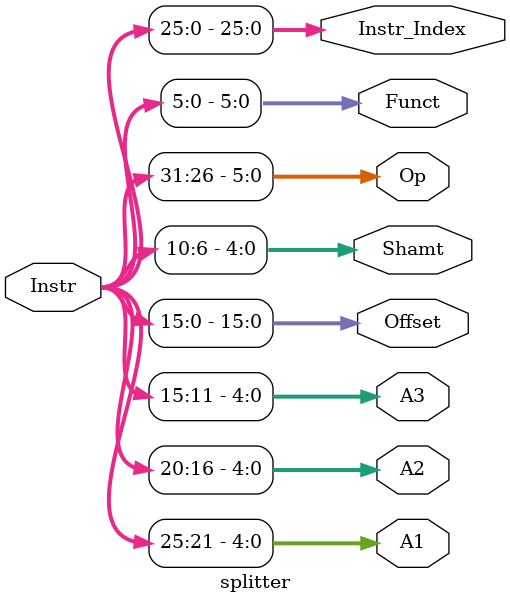
<source format=v>
`timescale 1ns / 1ps
module splitter(
    input [31:0] Instr,
	 
    output [4:0] A1,
    output [4:0] A2,
    output [4:0] A3,
    output [15:0] Offset,
    output [4:0] Shamt,
    output [5:0] Op,
    output [5:0] Funct,
    output [25:0] Instr_Index
    );

    assign Funct = Instr[5:0];
    assign Shamt = Instr[10:6];
    assign A3 = Instr[15:11];
    assign A2 = Instr[20:16];
    assign A1 = Instr[25:21];
    assign Op = Instr[31:26];

    assign Instr_Index = Instr[25:0];
    assign Offset = Instr[15:0];

endmodule



</source>
